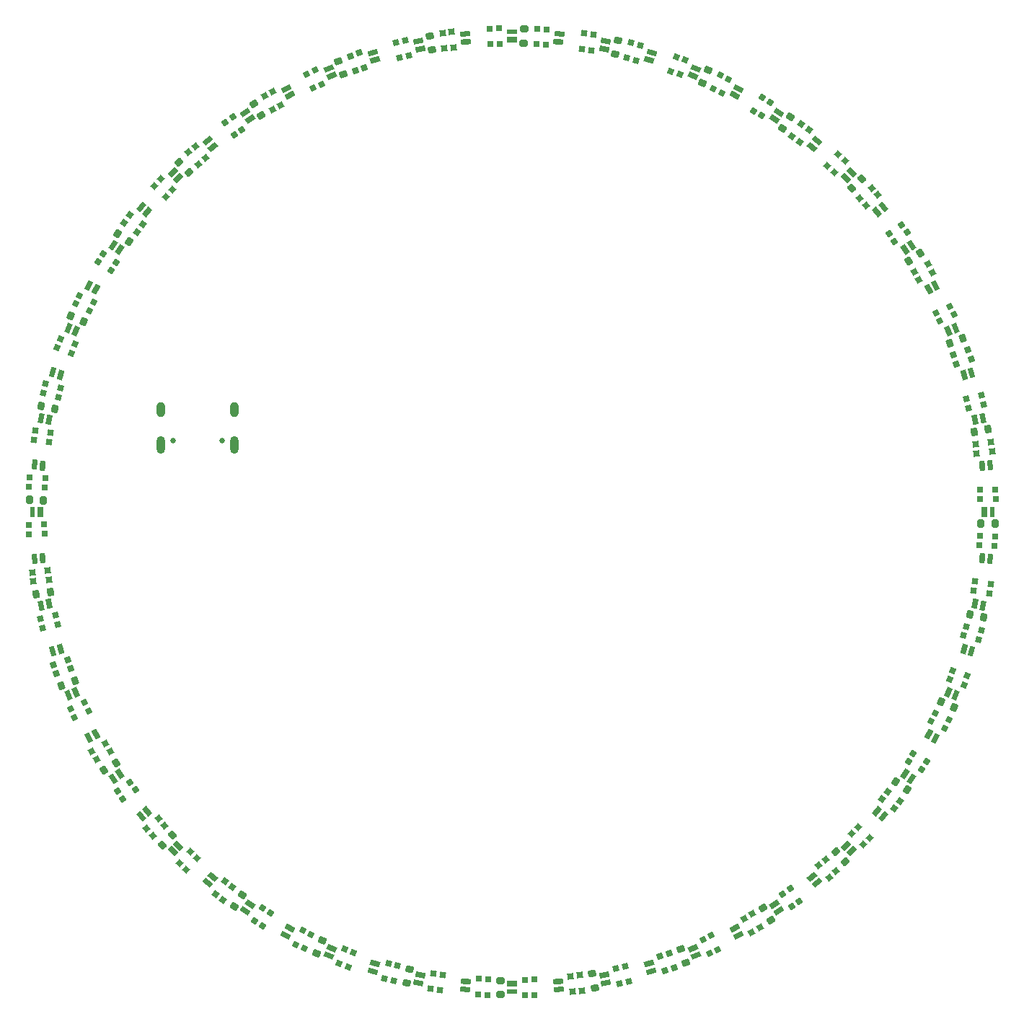
<source format=gbr>
%TF.GenerationSoftware,KiCad,Pcbnew,7.0.11*%
%TF.CreationDate,2025-01-20T01:48:30+09:00*%
%TF.ProjectId,Line,4c696e65-2e6b-4696-9361-645f70636258,rev?*%
%TF.SameCoordinates,Original*%
%TF.FileFunction,Soldermask,Bot*%
%TF.FilePolarity,Negative*%
%FSLAX46Y46*%
G04 Gerber Fmt 4.6, Leading zero omitted, Abs format (unit mm)*
G04 Created by KiCad (PCBNEW 7.0.11) date 2025-01-20 01:48:30*
%MOMM*%
%LPD*%
G01*
G04 APERTURE LIST*
G04 Aperture macros list*
%AMRoundRect*
0 Rectangle with rounded corners*
0 $1 Rounding radius*
0 $2 $3 $4 $5 $6 $7 $8 $9 X,Y pos of 4 corners*
0 Add a 4 corners polygon primitive as box body*
4,1,4,$2,$3,$4,$5,$6,$7,$8,$9,$2,$3,0*
0 Add four circle primitives for the rounded corners*
1,1,$1+$1,$2,$3*
1,1,$1+$1,$4,$5*
1,1,$1+$1,$6,$7*
1,1,$1+$1,$8,$9*
0 Add four rect primitives between the rounded corners*
20,1,$1+$1,$2,$3,$4,$5,0*
20,1,$1+$1,$4,$5,$6,$7,0*
20,1,$1+$1,$6,$7,$8,$9,0*
20,1,$1+$1,$8,$9,$2,$3,0*%
%AMRotRect*
0 Rectangle, with rotation*
0 The origin of the aperture is its center*
0 $1 length*
0 $2 width*
0 $3 Rotation angle, in degrees counterclockwise*
0 Add horizontal line*
21,1,$1,$2,0,0,$3*%
G04 Aperture macros list end*
%ADD10C,0.650000*%
%ADD11O,1.000000X2.100000*%
%ADD12O,1.000000X1.800000*%
%ADD13RotRect,0.700000X0.700000X7.734375*%
%ADD14RotRect,0.600000X1.150000X78.750000*%
%ADD15RotRect,0.650000X1.150000X78.750000*%
%ADD16RotRect,0.700000X0.700000X13.359375*%
%ADD17RotRect,0.700000X0.700000X58.359375*%
%ADD18RotRect,0.700000X0.700000X187.734375*%
%ADD19RotRect,0.600000X1.150000X281.250000*%
%ADD20RotRect,0.650000X1.150000X281.250000*%
%ADD21R,0.600000X1.150000*%
%ADD22R,0.650000X1.150000*%
%ADD23R,1.150000X0.600000*%
%ADD24R,1.150000X0.650000*%
%ADD25RotRect,0.600000X1.150000X168.750000*%
%ADD26RotRect,0.650000X1.150000X168.750000*%
%ADD27RotRect,0.600000X1.150000X28.125000*%
%ADD28RotRect,0.650000X1.150000X28.125000*%
%ADD29RoundRect,0.200000X0.339334X-0.021845X0.125334X0.316096X-0.339334X0.021845X-0.125334X-0.316096X0*%
%ADD30RotRect,0.700000X0.700000X198.984375*%
%ADD31RotRect,0.700000X0.700000X272.109375*%
%ADD32RotRect,0.600000X1.150000X106.875000*%
%ADD33RotRect,0.650000X1.150000X106.875000*%
%ADD34RoundRect,0.200000X-0.224499X0.255392X-0.312138X-0.134889X0.224499X-0.255392X0.312138X0.134889X0*%
%ADD35RotRect,0.600000X1.150000X219.375000*%
%ADD36RotRect,0.650000X1.150000X219.375000*%
%ADD37RotRect,0.600000X1.150000X208.125000*%
%ADD38RotRect,0.650000X1.150000X208.125000*%
%ADD39RotRect,0.700000X0.700000X47.109375*%
%ADD40RotRect,0.600000X1.150000X298.125000*%
%ADD41RotRect,0.650000X1.150000X298.125000*%
%ADD42RotRect,0.700000X0.700000X24.609375*%
%ADD43RotRect,0.700000X0.700000X18.984375*%
%ADD44RotRect,0.600000X1.150000X337.500000*%
%ADD45RotRect,0.650000X1.150000X337.500000*%
%ADD46RotRect,0.600000X1.150000X326.250000*%
%ADD47RotRect,0.650000X1.150000X326.250000*%
%ADD48RotRect,0.700000X0.700000X75.234375*%
%ADD49RotRect,0.700000X0.700000X52.734375*%
%ADD50RotRect,0.700000X0.700000X294.609375*%
%ADD51RotRect,0.700000X0.700000X120.234375*%
%ADD52RotRect,0.700000X0.700000X170.859375*%
%ADD53RoundRect,0.200000X-0.328551X0.087632X-0.184598X-0.285567X0.328551X-0.087632X0.184598X0.285567X0*%
%ADD54RotRect,0.700000X0.700000X345.234375*%
%ADD55RotRect,0.600000X1.150000X101.250000*%
%ADD56RotRect,0.650000X1.150000X101.250000*%
%ADD57RotRect,0.600000X1.150000X331.875000*%
%ADD58RotRect,0.650000X1.150000X331.875000*%
%ADD59RotRect,0.700000X0.700000X92.109375*%
%ADD60RotRect,0.700000X0.700000X221.484375*%
%ADD61RotRect,0.700000X0.700000X333.984375*%
%ADD62RoundRect,0.200000X-0.270010X0.206687X-0.279825X-0.193192X0.270010X-0.206687X0.279825X0.193192X0*%
%ADD63RotRect,0.600000X1.150000X354.375000*%
%ADD64RotRect,0.650000X1.150000X354.375000*%
%ADD65RotRect,0.600000X1.150000X196.875000*%
%ADD66RotRect,0.650000X1.150000X196.875000*%
%ADD67RotRect,0.600000X1.150000X286.875000*%
%ADD68RotRect,0.650000X1.150000X286.875000*%
%ADD69RotRect,0.700000X0.700000X300.234375*%
%ADD70RotRect,0.700000X0.700000X30.234375*%
%ADD71RoundRect,0.200000X-0.337077X-0.044770X-0.061264X-0.334472X0.337077X0.044770X0.061264X0.334472X0*%
%ADD72RotRect,0.700000X0.700000X125.859375*%
%ADD73RotRect,0.600000X1.150000X118.125000*%
%ADD74RotRect,0.650000X1.150000X118.125000*%
%ADD75RotRect,0.700000X0.700000X2.109375*%
%ADD76RotRect,0.600000X1.150000X61.875000*%
%ADD77RotRect,0.650000X1.150000X61.875000*%
%ADD78RotRect,0.600000X1.150000X275.625000*%
%ADD79RotRect,0.650000X1.150000X275.625000*%
%ADD80RotRect,0.600000X1.150000X135.000000*%
%ADD81RotRect,0.650000X1.150000X135.000000*%
%ADD82RoundRect,0.200000X0.170356X-0.294286X0.332457X0.071396X-0.170356X0.294286X-0.332457X-0.071396X0*%
%ADD83RotRect,0.700000X0.700000X41.484375*%
%ADD84RotRect,0.700000X0.700000X283.359375*%
%ADD85RotRect,0.700000X0.700000X153.984375*%
%ADD86RoundRect,0.200000X-0.150045X-0.305142X0.244067X-0.236762X0.150045X0.305142X-0.244067X0.236762X0*%
%ADD87RotRect,0.600000X1.150000X225.000000*%
%ADD88RotRect,0.650000X1.150000X225.000000*%
%ADD89RoundRect,0.200000X-0.109676X0.321864X-0.339997X-0.005171X0.109676X-0.321864X0.339997X0.005171X0*%
%ADD90RotRect,0.600000X1.150000X123.750000*%
%ADD91RotRect,0.650000X1.150000X123.750000*%
%ADD92RotRect,0.600000X1.150000X264.375000*%
%ADD93RotRect,0.650000X1.150000X264.375000*%
%ADD94RotRect,0.700000X0.700000X277.734375*%
%ADD95RotRect,0.600000X1.150000X241.875000*%
%ADD96RotRect,0.650000X1.150000X241.875000*%
%ADD97RotRect,0.700000X0.700000X35.859375*%
%ADD98RotRect,0.600000X1.150000X174.375000*%
%ADD99RotRect,0.650000X1.150000X174.375000*%
%ADD100RotRect,0.600000X1.150000X309.375000*%
%ADD101RotRect,0.650000X1.150000X309.375000*%
%ADD102RotRect,0.600000X1.150000X45.000000*%
%ADD103RotRect,0.650000X1.150000X45.000000*%
%ADD104RotRect,0.700000X0.700000X288.984375*%
%ADD105RotRect,0.700000X0.700000X322.734375*%
%ADD106RotRect,0.700000X0.700000X97.734375*%
%ADD107RotRect,0.700000X0.700000X86.484375*%
%ADD108RoundRect,0.200000X0.021845X0.339334X-0.316096X0.125334X-0.021845X-0.339334X0.316096X-0.125334X0*%
%ADD109RoundRect,0.200000X0.337076X0.044776X0.061258X0.334473X-0.337076X-0.044776X-0.061258X-0.334473X0*%
%ADD110RotRect,0.700000X0.700000X350.859375*%
%ADD111RotRect,0.600000X1.150000X191.250000*%
%ADD112RotRect,0.650000X1.150000X191.250000*%
%ADD113RotRect,0.700000X0.700000X255.234375*%
%ADD114RotRect,0.600000X1.150000X67.500000*%
%ADD115RotRect,0.650000X1.150000X67.500000*%
%ADD116RoundRect,0.200000X0.044770X-0.337077X0.334472X-0.061264X-0.044770X0.337077X-0.334472X0.061264X0*%
%ADD117RotRect,0.600000X1.150000X185.625000*%
%ADD118RotRect,0.650000X1.150000X185.625000*%
%ADD119RotRect,0.600000X1.150000X247.500000*%
%ADD120RotRect,0.650000X1.150000X247.500000*%
%ADD121RotRect,0.600000X1.150000X95.625000*%
%ADD122RotRect,0.650000X1.150000X95.625000*%
%ADD123RoundRect,0.200000X0.206687X0.270010X-0.193192X0.279825X-0.206687X-0.270010X0.193192X-0.279825X0*%
%ADD124RotRect,0.600000X1.150000X140.625000*%
%ADD125RotRect,0.650000X1.150000X140.625000*%
%ADD126RotRect,0.700000X0.700000X317.109375*%
%ADD127RotRect,0.600000X1.150000X236.250000*%
%ADD128RotRect,0.650000X1.150000X236.250000*%
%ADD129RotRect,0.600000X1.150000X157.500000*%
%ADD130RotRect,0.650000X1.150000X157.500000*%
%ADD131RotRect,0.700000X0.700000X142.734375*%
%ADD132RotRect,0.700000X0.700000X165.234375*%
%ADD133RoundRect,0.200000X-0.021851X-0.339334X0.316093X-0.125339X0.021851X0.339334X-0.316093X0.125339X0*%
%ADD134RotRect,0.700000X0.700000X215.859375*%
%ADD135RotRect,0.700000X0.700000X80.859375*%
%ADD136RotRect,0.700000X0.700000X69.609375*%
%ADD137RoundRect,0.200000X-0.087632X-0.328551X0.285567X-0.184598X0.087632X0.328551X-0.285567X0.184598X0*%
%ADD138RotRect,0.600000X1.150000X253.125000*%
%ADD139RotRect,0.650000X1.150000X253.125000*%
%ADD140RotRect,0.600000X1.150000X129.375000*%
%ADD141RotRect,0.650000X1.150000X129.375000*%
%ADD142RotRect,0.700000X0.700000X249.609375*%
%ADD143RoundRect,0.200000X0.321864X0.109676X-0.005171X0.339997X-0.321864X-0.109676X0.005171X-0.339997X0*%
%ADD144RoundRect,0.200000X0.270009X-0.206689X0.279825X0.193191X-0.270009X0.206689X-0.279825X-0.193191X0*%
%ADD145RotRect,0.700000X0.700000X159.609375*%
%ADD146RotRect,0.600000X1.150000X16.875000*%
%ADD147RotRect,0.650000X1.150000X16.875000*%
%ADD148RoundRect,0.200000X0.109670X-0.321866X0.339998X0.005165X-0.109670X0.321866X-0.339998X-0.005165X0*%
%ADD149RotRect,0.700000X0.700000X356.484375*%
%ADD150RotRect,0.700000X0.700000X339.609375*%
%ADD151RotRect,0.600000X1.150000X320.625000*%
%ADD152RotRect,0.650000X1.150000X320.625000*%
%ADD153RotRect,0.600000X1.150000X163.125000*%
%ADD154RotRect,0.650000X1.150000X163.125000*%
%ADD155RoundRect,0.200000X0.328552X-0.087626X0.184593X0.285571X-0.328552X0.087626X-0.184593X-0.285571X0*%
%ADD156RoundRect,0.200000X-0.044776X0.337076X-0.334473X0.061258X0.044776X-0.337076X0.334473X-0.061258X0*%
%ADD157RotRect,0.600000X1.150000X258.750000*%
%ADD158RotRect,0.650000X1.150000X258.750000*%
%ADD159RotRect,0.700000X0.700000X210.234375*%
%ADD160RoundRect,0.200000X0.224494X-0.255396X0.312140X0.134883X-0.224494X0.255396X-0.312140X-0.134883X0*%
%ADD161RotRect,0.700000X0.700000X108.984375*%
%ADD162RoundRect,0.200000X0.255392X0.224499X-0.134889X0.312138X-0.255392X-0.224499X0.134889X-0.312138X0*%
%ADD163RotRect,0.600000X1.150000X5.625000*%
%ADD164RotRect,0.650000X1.150000X5.625000*%
%ADD165RoundRect,0.200000X0.305144X-0.150040X0.236758X0.244071X-0.305144X0.150040X-0.236758X-0.244071X0*%
%ADD166RoundRect,0.200000X-0.255396X-0.224494X0.134883X-0.312140X0.255396X0.224494X-0.134883X0.312140X0*%
%ADD167RotRect,0.700000X0.700000X131.484375*%
%ADD168RotRect,0.600000X1.150000X33.750000*%
%ADD169RotRect,0.650000X1.150000X33.750000*%
%ADD170RotRect,0.700000X0.700000X243.984375*%
%ADD171RotRect,0.600000X1.150000X146.250000*%
%ADD172RotRect,0.650000X1.150000X146.250000*%
%ADD173RotRect,0.600000X1.150000X213.750000*%
%ADD174RotRect,0.650000X1.150000X213.750000*%
%ADD175RoundRect,0.200000X-0.294286X-0.170356X0.071396X-0.332457X0.294286X0.170356X-0.071396X0.332457X0*%
%ADD176RotRect,0.600000X1.150000X343.125000*%
%ADD177RotRect,0.650000X1.150000X343.125000*%
%ADD178RotRect,0.600000X1.150000X39.375000*%
%ADD179RotRect,0.650000X1.150000X39.375000*%
%ADD180RotRect,0.700000X0.700000X137.109375*%
%ADD181RotRect,0.700000X0.700000X176.484375*%
%ADD182RoundRect,0.200000X0.294283X0.170361X-0.071402X0.332456X-0.294283X-0.170361X0.071402X-0.332456X0*%
%ADD183RotRect,0.600000X1.150000X230.625000*%
%ADD184RotRect,0.650000X1.150000X230.625000*%
%ADD185RotRect,0.700000X0.700000X182.109375*%
%ADD186RotRect,0.700000X0.700000X232.734375*%
%ADD187RotRect,0.600000X1.150000X22.500000*%
%ADD188RotRect,0.650000X1.150000X22.500000*%
%ADD189RotRect,0.700000X0.700000X227.109375*%
%ADD190RotRect,0.700000X0.700000X238.359375*%
%ADD191RotRect,0.600000X1.150000X84.375000*%
%ADD192RotRect,0.650000X1.150000X84.375000*%
%ADD193RoundRect,0.200000X0.150040X0.305144X-0.244071X0.236758X-0.150040X-0.305144X0.244071X-0.236758X0*%
%ADD194RoundRect,0.200000X-0.170361X0.294283X-0.332456X-0.071402X0.170361X-0.294283X0.332456X0.071402X0*%
%ADD195RotRect,0.700000X0.700000X114.609375*%
%ADD196RotRect,0.700000X0.700000X305.859375*%
%ADD197RotRect,0.600000X1.150000X315.000000*%
%ADD198RotRect,0.650000X1.150000X315.000000*%
%ADD199RoundRect,0.200000X-0.305142X0.150045X-0.236762X-0.244067X0.305142X-0.150045X0.236762X0.244067X0*%
%ADD200RotRect,0.600000X1.150000X56.250000*%
%ADD201RotRect,0.650000X1.150000X56.250000*%
%ADD202RotRect,0.600000X1.150000X112.500000*%
%ADD203RotRect,0.650000X1.150000X112.500000*%
%ADD204RoundRect,0.200000X-0.206692X-0.270006X0.193187X-0.279828X0.206692X0.270006X-0.193187X0.279828X0*%
%ADD205RotRect,0.600000X1.150000X292.500000*%
%ADD206RotRect,0.650000X1.150000X292.500000*%
%ADD207RotRect,0.700000X0.700000X103.359375*%
%ADD208RotRect,0.700000X0.700000X63.984375*%
%ADD209RotRect,0.600000X1.150000X73.125000*%
%ADD210RotRect,0.650000X1.150000X73.125000*%
%ADD211RotRect,0.700000X0.700000X260.859375*%
%ADD212RotRect,0.700000X0.700000X204.609375*%
%ADD213RotRect,0.700000X0.700000X148.359375*%
%ADD214RoundRect,0.200000X-0.321866X-0.109670X0.005165X-0.339998X0.321866X0.109670X-0.005165X0.339998X0*%
%ADD215RotRect,0.700000X0.700000X328.359375*%
%ADD216RotRect,0.600000X1.150000X348.750000*%
%ADD217RotRect,0.650000X1.150000X348.750000*%
%ADD218RotRect,0.700000X0.700000X193.359375*%
%ADD219RoundRect,0.200000X0.087626X0.328552X-0.285571X0.184593X-0.087626X-0.328552X0.285571X-0.184593X0*%
%ADD220RotRect,0.600000X1.150000X11.250000*%
%ADD221RotRect,0.650000X1.150000X11.250000*%
%ADD222RotRect,0.700000X0.700000X266.484375*%
%ADD223RotRect,0.600000X1.150000X50.625000*%
%ADD224RotRect,0.650000X1.150000X50.625000*%
%ADD225RotRect,0.600000X1.150000X151.875000*%
%ADD226RotRect,0.650000X1.150000X151.875000*%
%ADD227RotRect,0.600000X1.150000X202.500000*%
%ADD228RotRect,0.650000X1.150000X202.500000*%
%ADD229RotRect,0.600000X1.150000X303.750000*%
%ADD230RotRect,0.650000X1.150000X303.750000*%
%ADD231RotRect,0.700000X0.700000X311.484375*%
%ADD232RoundRect,0.200000X-0.339334X0.021851X-0.125339X-0.316093X0.339334X-0.021851X0.125339X0.316093X0*%
G04 APERTURE END LIST*
D10*
%TO.C,J2*%
X118363562Y-93265800D03*
X112583562Y-93265800D03*
D11*
X119793562Y-93765800D03*
D12*
X119793562Y-89585800D03*
D11*
X111153562Y-93765800D03*
D12*
X111153562Y-89585800D03*
%TD*%
D13*
%TO.C,D54*%
X96193634Y-109786701D03*
X96045596Y-108696708D03*
X97858948Y-108450425D03*
X98006986Y-109540418D03*
%TD*%
D14*
%TO.C,Q6*%
X163394280Y-46328202D03*
D15*
X163213821Y-47235428D03*
%TD*%
D16*
%TO.C,D46*%
X97266712Y-115256288D03*
X97012548Y-114186054D03*
X98793028Y-113763218D03*
X99047192Y-114833452D03*
%TD*%
D17*
%TO.C,D45*%
X123070797Y-150240286D03*
X122134306Y-149663238D03*
X123094305Y-148105258D03*
X124030796Y-148682306D03*
%TD*%
D18*
%TO.C,D50*%
X208602718Y-93413299D03*
X208750756Y-94503292D03*
X206937404Y-94749575D03*
X206789366Y-93659582D03*
%TD*%
D19*
%TO.C,Q62*%
X163390703Y-156872508D03*
D20*
X163210244Y-155965282D03*
%TD*%
D21*
%TO.C,Q34*%
X208753175Y-101601823D03*
D22*
X207828175Y-101601823D03*
%TD*%
D23*
%TO.C,Q2*%
X152400000Y-45245000D03*
D24*
X152400000Y-46170000D03*
%TD*%
D25*
%TO.C,Q37*%
X97126379Y-90603898D03*
D26*
X98033605Y-90784357D03*
%TD*%
D27*
%TO.C,Q24*%
X202099708Y-75036045D03*
D28*
X201283931Y-75472087D03*
%TD*%
D29*
%TO.C,R33*%
X122945431Y-55085614D03*
X122062679Y-53691610D03*
%TD*%
D30*
%TO.C,D34*%
X205925617Y-82605641D03*
X206283458Y-83645809D03*
X204552997Y-84241127D03*
X204195156Y-83200959D03*
%TD*%
D31*
%TO.C,D64*%
X149759905Y-44863662D03*
X150859160Y-44823174D03*
X150926517Y-46651934D03*
X149827262Y-46692422D03*
%TD*%
D32*
%TO.C,Q59*%
X136040926Y-47671101D03*
D33*
X136309439Y-48556271D03*
%TD*%
D34*
%TO.C,R3*%
X140333775Y-155316876D03*
X139972265Y-156926786D03*
%TD*%
D35*
%TO.C,Q19*%
X108834017Y-137349824D03*
D36*
X109549052Y-136763010D03*
%TD*%
D37*
%TO.C,Q23*%
X102696646Y-128163956D03*
D38*
X103512423Y-127727914D03*
%TD*%
D39*
%TO.C,D61*%
X114145066Y-143584189D03*
X113339146Y-142835528D03*
X114584646Y-141494771D03*
X115390566Y-142243432D03*
%TD*%
D40*
%TO.C,Q56*%
X178962131Y-151301531D03*
D41*
X178526089Y-150485754D03*
%TD*%
D42*
%TO.C,D30*%
X100990257Y-125749502D03*
X100532184Y-124749418D03*
X102195961Y-123987352D03*
X102654034Y-124987436D03*
%TD*%
D43*
%TO.C,D38*%
X98870735Y-120594359D03*
X98512894Y-119554191D03*
X100243355Y-118958873D03*
X100601196Y-119999041D03*
%TD*%
D44*
%TO.C,Q42*%
X204462709Y-123167809D03*
D45*
X203608120Y-122813827D03*
%TD*%
D46*
%TO.C,Q46*%
X199254633Y-132910676D03*
D47*
X198485524Y-132396774D03*
%TD*%
D48*
%TO.C,D21*%
X138453154Y-156659141D03*
X137389480Y-156378788D03*
X137855884Y-154609221D03*
X138919558Y-154889574D03*
%TD*%
D49*
%TO.C,D53*%
X118444436Y-147131484D03*
X117569015Y-146465422D03*
X118677100Y-145009040D03*
X119552521Y-145675102D03*
%TD*%
D50*
%TO.C,D32*%
X128248674Y-50192081D03*
X129248758Y-49734008D03*
X130010824Y-51397785D03*
X129010740Y-51855858D03*
%TD*%
D51*
%TO.C,D20*%
X181470249Y-150393311D03*
X180519879Y-150947203D03*
X179598403Y-149366133D03*
X180548773Y-148812241D03*
%TD*%
D52*
%TO.C,D11*%
X208559043Y-110081133D03*
X208384299Y-111167165D03*
X206577537Y-110876455D03*
X206752281Y-109790423D03*
%TD*%
D53*
%TO.C,R36*%
X172210505Y-152966568D03*
X172804311Y-154506014D03*
%TD*%
D54*
%TO.C,D23*%
X97339035Y-87654978D03*
X97619388Y-86591304D03*
X99388955Y-87057708D03*
X99108602Y-88121382D03*
%TD*%
D55*
%TO.C,Q61*%
X141405647Y-46327493D03*
D56*
X141586106Y-47234719D03*
%TD*%
D57*
%TO.C,Q44*%
X202097989Y-128167171D03*
D58*
X201282212Y-127731129D03*
%TD*%
D59*
%TO.C,D60*%
X155036447Y-158336338D03*
X153937192Y-158376826D03*
X153869835Y-156548066D03*
X154969090Y-156507578D03*
%TD*%
D60*
%TO.C,D2*%
X194582257Y-63567437D03*
X195310914Y-64391487D03*
X193939995Y-65603707D03*
X193211338Y-64779657D03*
%TD*%
D61*
%TO.C,D39*%
X101117520Y-77181422D03*
X101599998Y-76192880D03*
X103244572Y-76995548D03*
X102762094Y-77984090D03*
%TD*%
D62*
%TO.C,R1*%
X151045232Y-156638369D03*
X151004746Y-158287873D03*
%TD*%
D63*
%TO.C,Q36*%
X208481632Y-107125570D03*
D64*
X207561086Y-107034904D03*
%TD*%
D65*
%TO.C,Q27*%
X98469276Y-117957249D03*
D66*
X99354446Y-117688736D03*
%TD*%
D67*
%TO.C,Q60*%
X168755424Y-155528900D03*
D68*
X168486911Y-154643730D03*
%TD*%
D69*
%TO.C,D24*%
X123326103Y-52806689D03*
X124276473Y-52252797D03*
X125197949Y-53833867D03*
X124247579Y-54387759D03*
%TD*%
D70*
%TO.C,D22*%
X103604865Y-130672073D03*
X103050973Y-129721703D03*
X104632043Y-128800227D03*
X105185935Y-129750597D03*
%TD*%
D71*
%TO.C,R29*%
X190359516Y-141474671D03*
X191497242Y-142669693D03*
%TD*%
D72*
%TO.C,D12*%
X186112839Y-147308797D03*
X185221337Y-147953174D03*
X184149327Y-146470037D03*
X185040829Y-145825660D03*
%TD*%
D73*
%TO.C,Q55*%
X125834220Y-51898471D03*
D74*
X126270262Y-52714248D03*
%TD*%
D75*
%TO.C,D62*%
X95661838Y-104238271D03*
X95621350Y-103139016D03*
X97450110Y-103071659D03*
X97490598Y-104170914D03*
%TD*%
D76*
%TO.C,Q12*%
X178965348Y-51900187D03*
D77*
X178529306Y-52715964D03*
%TD*%
D78*
%TO.C,Q64*%
X157920118Y-157683812D03*
D79*
X157829452Y-156763266D03*
%TD*%
D80*
%TO.C,Q49*%
X112550463Y-61749711D03*
D81*
X113204537Y-62403785D03*
%TD*%
D82*
%TO.C,R6*%
X174710393Y-51268918D03*
X175379061Y-49760480D03*
%TD*%
D83*
%TO.C,D6*%
X110214095Y-139632563D03*
X109485438Y-138808513D03*
X110856357Y-137596293D03*
X111585014Y-138420343D03*
%TD*%
D84*
%TO.C,D48*%
X138741888Y-46468536D03*
X139812122Y-46214372D03*
X140234958Y-47994852D03*
X139164724Y-48249016D03*
%TD*%
D85*
%TO.C,D35*%
X203678832Y-126018578D03*
X203196354Y-127007120D03*
X201551780Y-126204452D03*
X202034258Y-125215910D03*
%TD*%
D86*
%TO.C,R16*%
X206642945Y-92189480D03*
X208268657Y-91907414D03*
%TD*%
D87*
%TO.C,Q17*%
X112547886Y-141447713D03*
D88*
X113201960Y-140793639D03*
%TD*%
D89*
%TO.C,R7*%
X120695565Y-146611075D03*
X119745487Y-147960095D03*
%TD*%
D90*
%TO.C,Q53*%
X121090531Y-54741520D03*
D91*
X121604433Y-55510629D03*
%TD*%
D92*
%TO.C,Q3*%
X146872606Y-157683455D03*
D93*
X146963272Y-156762909D03*
%TD*%
D94*
%TO.C,D56*%
X144211475Y-45395458D03*
X145301468Y-45247420D03*
X145547751Y-47060772D03*
X144457758Y-47208810D03*
%TD*%
D95*
%TO.C,Q11*%
X125831006Y-151299812D03*
D96*
X126267048Y-150484035D03*
%TD*%
D97*
%TO.C,D14*%
X106689379Y-135314663D03*
X106045002Y-134423161D03*
X107528139Y-133351151D03*
X108172516Y-134242653D03*
%TD*%
D98*
%TO.C,Q35*%
X96314721Y-96074431D03*
D99*
X97235267Y-96165097D03*
%TD*%
D100*
%TO.C,Q52*%
X188148000Y-145164160D03*
D101*
X187561186Y-144449125D03*
%TD*%
D23*
%TO.C,Q1*%
X152396353Y-157954998D03*
D24*
X152396353Y-157029998D03*
%TD*%
D102*
%TO.C,Q18*%
X192248468Y-61752287D03*
D103*
X191594394Y-62406361D03*
%TD*%
D104*
%TO.C,D40*%
X133403817Y-48072559D03*
X134443985Y-47714718D03*
X135039303Y-49445179D03*
X133999135Y-49803020D03*
%TD*%
D105*
%TO.C,D55*%
X106866692Y-67646260D03*
X107532754Y-66770839D03*
X108989136Y-67878924D03*
X108323074Y-68754345D03*
%TD*%
D106*
%TO.C,D52*%
X160584877Y-157804542D03*
X159494884Y-157952580D03*
X159248601Y-156139228D03*
X160338594Y-155991190D03*
%TD*%
D107*
%TO.C,D5*%
X149462609Y-158321733D03*
X148364680Y-158254281D03*
X148476897Y-156427725D03*
X149574826Y-156495177D03*
%TD*%
D108*
%TO.C,R11*%
X105883789Y-131052747D03*
X104489785Y-131935499D03*
%TD*%
D109*
%TO.C,R28*%
X114436851Y-61725320D03*
X113299103Y-60530318D03*
%TD*%
D110*
%TO.C,D15*%
X96237309Y-93118867D03*
X96412053Y-92032835D03*
X98218815Y-92323545D03*
X98044071Y-93409577D03*
%TD*%
D111*
%TO.C,Q31*%
X97125668Y-112592528D03*
D112*
X98032894Y-112412069D03*
%TD*%
D113*
%TO.C,D17*%
X166343198Y-46540859D03*
X167406872Y-46821212D03*
X166940468Y-48590779D03*
X165876794Y-48310426D03*
%TD*%
D114*
%TO.C,Q10*%
X173965986Y-49535467D03*
D115*
X173612004Y-50390056D03*
%TD*%
D116*
%TO.C,R10*%
X192272849Y-63638659D03*
X193467871Y-62500933D03*
%TD*%
D117*
%TO.C,Q29*%
X96314364Y-107121943D03*
D118*
X97234910Y-107031277D03*
%TD*%
D119*
%TO.C,Q9*%
X130830368Y-153664532D03*
D120*
X131184350Y-152809943D03*
%TD*%
D121*
%TO.C,Q63*%
X146876232Y-45516189D03*
D122*
X146966898Y-46436735D03*
%TD*%
D123*
%TO.C,R17*%
X97359808Y-100247055D03*
X95710304Y-100206569D03*
%TD*%
D124*
%TO.C,Q47*%
X108836329Y-65847360D03*
D125*
X109551364Y-66434174D03*
%TD*%
D126*
%TO.C,D63*%
X110413987Y-63346890D03*
X111162648Y-62540970D03*
X112503405Y-63786470D03*
X111754744Y-64592390D03*
%TD*%
D127*
%TO.C,Q13*%
X121087501Y-148456456D03*
D128*
X121601403Y-147687347D03*
%TD*%
D129*
%TO.C,Q41*%
X100333644Y-80032193D03*
D130*
X101188233Y-80386175D03*
%TD*%
D131*
%TO.C,D51*%
X197929660Y-135553740D03*
X197263598Y-136429161D03*
X195807216Y-135321076D03*
X196473278Y-134445655D03*
%TD*%
D132*
%TO.C,D19*%
X207457317Y-115545022D03*
X207176964Y-116608696D03*
X205407397Y-116142292D03*
X205687750Y-115078618D03*
%TD*%
D133*
%TO.C,R12*%
X198912558Y-72147238D03*
X200306578Y-71264510D03*
%TD*%
D134*
%TO.C,D10*%
X198106973Y-67885337D03*
X198751350Y-68776839D03*
X197268213Y-69848849D03*
X196623836Y-68957347D03*
%TD*%
D135*
%TO.C,D13*%
X143917043Y-157760867D03*
X142831011Y-157586123D03*
X143121721Y-155779361D03*
X144207753Y-155954105D03*
%TD*%
D136*
%TO.C,D29*%
X133123563Y-155027165D03*
X132092490Y-154643905D03*
X132730097Y-152928575D03*
X133761170Y-153311835D03*
%TD*%
D137*
%TO.C,R14*%
X203764746Y-81787670D03*
X205304192Y-81193864D03*
%TD*%
D138*
%TO.C,Q7*%
X136037439Y-155527842D03*
D139*
X136305952Y-154642672D03*
%TD*%
D140*
%TO.C,Q51*%
X116648352Y-58035842D03*
D141*
X117235166Y-58750877D03*
%TD*%
D142*
%TO.C,D25*%
X171672789Y-48172835D03*
X172703862Y-48556095D03*
X172066255Y-50271425D03*
X171035182Y-49888165D03*
%TD*%
D143*
%TO.C,R23*%
X107387103Y-69897389D03*
X106038083Y-68947311D03*
%TD*%
D144*
%TO.C,R2*%
X153751116Y-46561627D03*
X153791610Y-44912123D03*
%TD*%
D145*
%TO.C,D27*%
X205825341Y-120874613D03*
X205442081Y-121905686D03*
X203726751Y-121268079D03*
X204110011Y-120237006D03*
%TD*%
D146*
%TO.C,Q28*%
X206327077Y-85242752D03*
D147*
X205441907Y-85511265D03*
%TD*%
D148*
%TO.C,R8*%
X184100777Y-56588913D03*
X185050879Y-55239911D03*
%TD*%
D149*
%TO.C,D7*%
X95676443Y-98664433D03*
X95743895Y-97566504D03*
X97570451Y-97678721D03*
X97502999Y-98776650D03*
%TD*%
D150*
%TO.C,D31*%
X98971011Y-82325387D03*
X99354271Y-81294314D03*
X101069601Y-81931921D03*
X100686341Y-82962994D03*
%TD*%
D151*
%TO.C,Q48*%
X195960023Y-137352642D03*
D152*
X195244988Y-136765828D03*
%TD*%
D153*
%TO.C,Q39*%
X98470334Y-85239264D03*
D154*
X99355504Y-85507777D03*
%TD*%
D155*
%TO.C,R35*%
X132585864Y-50233429D03*
X131992030Y-48693993D03*
%TD*%
D156*
%TO.C,R9*%
X112523496Y-139561327D03*
X111328494Y-140699075D03*
%TD*%
D157*
%TO.C,Q5*%
X141402073Y-156871797D03*
D158*
X141582532Y-155964571D03*
%TD*%
D159*
%TO.C,D18*%
X201191487Y-72527927D03*
X201745379Y-73478297D03*
X200164309Y-74399773D03*
X199610417Y-73449403D03*
%TD*%
D160*
%TO.C,R4*%
X164462563Y-47883117D03*
X164824101Y-46273213D03*
%TD*%
D161*
%TO.C,D36*%
X171392535Y-155127441D03*
X170352367Y-155485282D03*
X169757049Y-153754821D03*
X170797217Y-153396980D03*
%TD*%
D162*
%TO.C,R19*%
X98681301Y-89535598D03*
X97071391Y-89174088D03*
%TD*%
D163*
%TO.C,Q32*%
X208481989Y-96078058D03*
D164*
X207561443Y-96168724D03*
%TD*%
D165*
%TO.C,R37*%
X142987672Y-47355232D03*
X142705578Y-45729526D03*
%TD*%
D166*
%TO.C,R20*%
X206115057Y-113664387D03*
X207724961Y-114025925D03*
%TD*%
D167*
%TO.C,D4*%
X190430739Y-143784081D03*
X189606689Y-144512738D03*
X188394469Y-143141819D03*
X189218519Y-142413162D03*
%TD*%
D168*
%TO.C,Q22*%
X199256659Y-70292356D03*
D169*
X198487550Y-70806258D03*
%TD*%
D170*
%TO.C,D33*%
X176816754Y-50319344D03*
X177805296Y-50801822D03*
X177002628Y-52446396D03*
X176014086Y-51963918D03*
%TD*%
D171*
%TO.C,Q45*%
X105541720Y-70289326D03*
D172*
X106310829Y-70803228D03*
%TD*%
D173*
%TO.C,Q21*%
X105539695Y-132907645D03*
D174*
X106308804Y-132393743D03*
%TD*%
D175*
%TO.C,R22*%
X202729257Y-123912216D03*
X204237695Y-124580884D03*
%TD*%
D176*
%TO.C,Q40*%
X206326019Y-117960737D03*
D177*
X205440849Y-117692224D03*
%TD*%
D178*
%TO.C,Q20*%
X195962337Y-65850176D03*
D179*
X195247302Y-66436990D03*
%TD*%
D180*
%TO.C,D59*%
X194382365Y-139853110D03*
X193633704Y-140659030D03*
X192292947Y-139413530D03*
X193041608Y-138607610D03*
%TD*%
D181*
%TO.C,D3*%
X209119909Y-104535567D03*
X209052457Y-105633496D03*
X207225901Y-105521279D03*
X207293353Y-104423350D03*
%TD*%
D182*
%TO.C,R21*%
X102067105Y-79287770D03*
X100558655Y-78619128D03*
%TD*%
D183*
%TO.C,Q15*%
X116645535Y-145161847D03*
D184*
X117232349Y-144446812D03*
%TD*%
D185*
%TO.C,D58*%
X209134514Y-98961729D03*
X209175002Y-100060984D03*
X207346242Y-100128341D03*
X207305754Y-99029086D03*
%TD*%
D186*
%TO.C,D49*%
X186351916Y-56068516D03*
X187227337Y-56734578D03*
X186119252Y-58190960D03*
X185243831Y-57524898D03*
%TD*%
D187*
%TO.C,Q26*%
X204464104Y-80035560D03*
D188*
X203609515Y-80389542D03*
%TD*%
D189*
%TO.C,D57*%
X190651286Y-59615811D03*
X191457206Y-60364472D03*
X190211706Y-61705229D03*
X189405786Y-60956568D03*
%TD*%
D190*
%TO.C,D41*%
X181725555Y-52959714D03*
X182662046Y-53536762D03*
X181702047Y-55094742D03*
X180765556Y-54517694D03*
%TD*%
D191*
%TO.C,Q4*%
X157923747Y-45516544D03*
D192*
X157833081Y-46437090D03*
%TD*%
D193*
%TO.C,R15*%
X98153407Y-111010505D03*
X96527701Y-111292599D03*
%TD*%
D194*
%TO.C,R5*%
X130085947Y-151931073D03*
X129417305Y-153439523D03*
%TD*%
D195*
%TO.C,D28*%
X176547678Y-153007919D03*
X175547594Y-153465992D03*
X174785528Y-151802215D03*
X175785612Y-151344142D03*
%TD*%
D196*
%TO.C,D16*%
X118683513Y-55891203D03*
X119575015Y-55246826D03*
X120647025Y-56729963D03*
X119755523Y-57374340D03*
%TD*%
D197*
%TO.C,Q50*%
X192245889Y-141450291D03*
D198*
X191591815Y-140796217D03*
%TD*%
D199*
%TO.C,R38*%
X161808696Y-155844767D03*
X162090762Y-157470479D03*
%TD*%
D200*
%TO.C,Q14*%
X183708853Y-54743543D03*
D201*
X183194951Y-55512652D03*
%TD*%
D202*
%TO.C,Q57*%
X130833734Y-49534074D03*
D203*
X131187716Y-50388663D03*
%TD*%
D204*
%TO.C,R18*%
X207436548Y-102952930D03*
X209086050Y-102993444D03*
%TD*%
D205*
%TO.C,Q58*%
X173962616Y-153665927D03*
D206*
X173608634Y-152811338D03*
%TD*%
D207*
%TO.C,D44*%
X166054464Y-156731464D03*
X164984230Y-156985628D03*
X164561394Y-155205148D03*
X165631628Y-154950984D03*
%TD*%
D208*
%TO.C,D37*%
X127979598Y-152880656D03*
X126991056Y-152398178D03*
X127793724Y-150753604D03*
X128782266Y-151236082D03*
%TD*%
D209*
%TO.C,Q8*%
X168758914Y-47672157D03*
D210*
X168490401Y-48557327D03*
%TD*%
D211*
%TO.C,D9*%
X160879309Y-45439133D03*
X161965341Y-45613877D03*
X161674631Y-47420639D03*
X160588599Y-47245895D03*
%TD*%
D212*
%TO.C,D26*%
X203806095Y-77450498D03*
X204264168Y-78450582D03*
X202600391Y-79212648D03*
X202142318Y-78212564D03*
%TD*%
D213*
%TO.C,D43*%
X201038462Y-130927379D03*
X200461414Y-131863870D03*
X198903434Y-130903871D03*
X199480482Y-129967380D03*
%TD*%
D214*
%TO.C,R24*%
X197409262Y-133302600D03*
X198758264Y-134252702D03*
%TD*%
D215*
%TO.C,D47*%
X103757890Y-72272621D03*
X104334938Y-71336130D03*
X105892918Y-72296129D03*
X105315870Y-73232620D03*
%TD*%
D216*
%TO.C,Q38*%
X207669974Y-112596103D03*
D217*
X206762748Y-112415644D03*
%TD*%
D218*
%TO.C,D42*%
X207529640Y-87943712D03*
X207783804Y-89013946D03*
X206003324Y-89436782D03*
X205749160Y-88366548D03*
%TD*%
D219*
%TO.C,R13*%
X101031604Y-121412313D03*
X99492168Y-122006147D03*
%TD*%
D220*
%TO.C,Q30*%
X207670685Y-90607473D03*
D221*
X206763459Y-90787932D03*
%TD*%
D222*
%TO.C,D1*%
X155333743Y-44878267D03*
X156431672Y-44945719D03*
X156319455Y-46772275D03*
X155221526Y-46704823D03*
%TD*%
D223*
%TO.C,Q16*%
X188150819Y-58038153D03*
D224*
X187564005Y-58753188D03*
%TD*%
D225*
%TO.C,Q43*%
X102698364Y-75032831D03*
D226*
X103514141Y-75468873D03*
%TD*%
D227*
%TO.C,Q25*%
X100332249Y-123164441D03*
D228*
X101186838Y-122810459D03*
%TD*%
D229*
%TO.C,Q54*%
X183705820Y-148458482D03*
D230*
X183191918Y-147689373D03*
%TD*%
D21*
%TO.C,Q33*%
X96043178Y-101598178D03*
D22*
X96968178Y-101598178D03*
%TD*%
D231*
%TO.C,D8*%
X114365613Y-59415919D03*
X115189663Y-58687262D03*
X116401883Y-60058181D03*
X115577833Y-60786838D03*
%TD*%
D232*
%TO.C,R34*%
X181850937Y-148114380D03*
X182733665Y-149508400D03*
%TD*%
M02*

</source>
